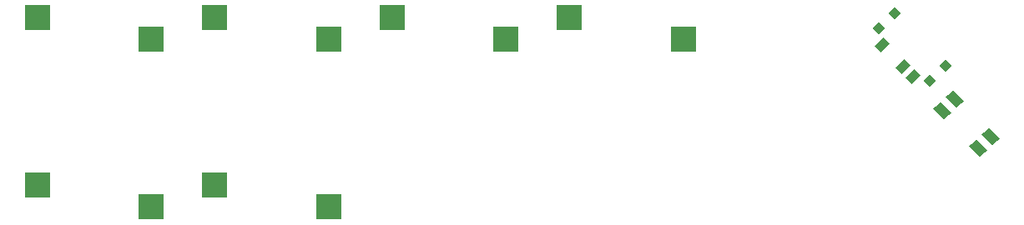
<source format=gbr>
%TF.GenerationSoftware,KiCad,Pcbnew,9.0.0*%
%TF.CreationDate,2025-02-26T19:39:31-08:00*%
%TF.ProjectId,revolver_reversible,7265766f-6c76-4657-925f-726576657273,v1.0.0*%
%TF.SameCoordinates,Original*%
%TF.FileFunction,Paste,Bot*%
%TF.FilePolarity,Positive*%
%FSLAX46Y46*%
G04 Gerber Fmt 4.6, Leading zero omitted, Abs format (unit mm)*
G04 Created by KiCad (PCBNEW 9.0.0) date 2025-02-26 19:39:31*
%MOMM*%
%LPD*%
G01*
G04 APERTURE LIST*
G04 Aperture macros list*
%AMRotRect*
0 Rectangle, with rotation*
0 The origin of the aperture is its center*
0 $1 length*
0 $2 width*
0 $3 Rotation angle, in degrees counterclockwise*
0 Add horizontal line*
21,1,$1,$2,0,0,$3*%
G04 Aperture macros list end*
%ADD10RotRect,0.900000X0.900000X314.000000*%
%ADD11RotRect,0.900000X1.250000X314.000000*%
%ADD12R,2.600000X2.600000*%
%ADD13RotRect,1.550000X1.000000X314.000000*%
G04 APERTURE END LIST*
D10*
%TO.C,T1*%
X183721038Y-76574319D03*
X182138490Y-78102567D03*
X188861510Y-81897433D03*
X187278962Y-83425681D03*
D11*
X182444389Y-79822902D03*
X184528364Y-81980921D03*
X185570351Y-83059931D03*
%TD*%
D12*
%TO.C,S8*%
X96725000Y-94050000D03*
X108275000Y-96250000D03*
%TD*%
%TO.C,S9*%
X114725000Y-77050000D03*
X126275000Y-79250000D03*
%TD*%
D13*
%TO.C,B1*%
X189787961Y-85321273D03*
X193434917Y-89097807D03*
X188565083Y-86502193D03*
X192212039Y-90278727D03*
%TD*%
D12*
%TO.C,S10*%
X114725000Y-94050000D03*
X126275000Y-96250000D03*
%TD*%
%TO.C,S11*%
X132725000Y-77050000D03*
X144275000Y-79250000D03*
%TD*%
%TO.C,S12*%
X150725000Y-77050000D03*
X162275000Y-79250000D03*
%TD*%
%TO.C,S7*%
X96725000Y-77050000D03*
X108275000Y-79250000D03*
%TD*%
M02*

</source>
